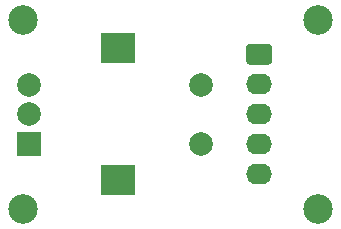
<source format=gbr>
%TF.GenerationSoftware,KiCad,Pcbnew,5.1.12-1.fc35*%
%TF.CreationDate,2021-11-27T14:31:25+00:00*%
%TF.ProjectId,kiCAD_TriSchmittHoleMount_v003.1,6b694341-445f-4547-9269-5363686d6974,rev?*%
%TF.SameCoordinates,Original*%
%TF.FileFunction,Soldermask,Bot*%
%TF.FilePolarity,Negative*%
%FSLAX46Y46*%
G04 Gerber Fmt 4.6, Leading zero omitted, Abs format (unit mm)*
G04 Created by KiCad (PCBNEW 5.1.12-1.fc35) date 2021-11-27 14:31:25*
%MOMM*%
%LPD*%
G01*
G04 APERTURE LIST*
%ADD10C,2.500000*%
%ADD11O,2.190000X1.740000*%
%ADD12C,2.000000*%
%ADD13R,3.000000X2.500000*%
%ADD14R,2.000000X2.000000*%
G04 APERTURE END LIST*
D10*
%TO.C,H4*%
X193000000Y-66200000D03*
%TD*%
%TO.C,H4*%
X218000000Y-66200000D03*
%TD*%
D11*
%TO.C,J1*%
X213000000Y-79280000D03*
X213000000Y-76740000D03*
X213000000Y-74200000D03*
X213000000Y-71660000D03*
G36*
G01*
X212154999Y-68250000D02*
X213845001Y-68250000D01*
G75*
G02*
X214095000Y-68499999I0J-249999D01*
G01*
X214095000Y-69740001D01*
G75*
G02*
X213845001Y-69990000I-249999J0D01*
G01*
X212154999Y-69990000D01*
G75*
G02*
X211905000Y-69740001I0J249999D01*
G01*
X211905000Y-68499999D01*
G75*
G02*
X212154999Y-68250000I249999J0D01*
G01*
G37*
%TD*%
D10*
%TO.C,H4*%
X218000000Y-82200000D03*
%TD*%
%TO.C,H4*%
X193000000Y-82200000D03*
%TD*%
D12*
%TO.C,SW1*%
X208050000Y-71700000D03*
X208050000Y-76700000D03*
D13*
X201050000Y-68600000D03*
X201050000Y-79800000D03*
D12*
X193550000Y-71700000D03*
X193550000Y-74200000D03*
D14*
X193550000Y-76700000D03*
%TD*%
M02*

</source>
